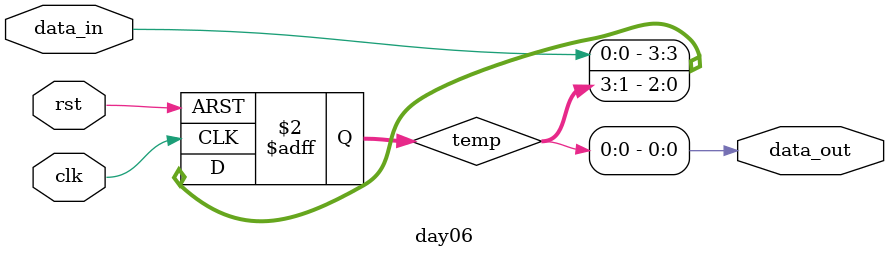
<source format=v>
module day06(
    input wire clk,
    input wire rst,
    input wire data_in,
    output wire data_out
);

    // 4-bit register to hold the data
    reg [3:0] temp;

    // Sequential logic to shift data on the clock's rising edge
    always @(posedge clk or posedge rst) begin
        if (rst) begin
            // Reset the temperory to 0 when reset is high
            temp <= 4'b0000;
        end else begin
            // Shift right and insert the data_in bit at MSB
            temp <= {data_in, temp[3:1]};
        end
    end

    // Assign the least significant bit (LSB) of the register to the Data_out output will become high
    assign data_out = temp[0];

endmodule

</source>
